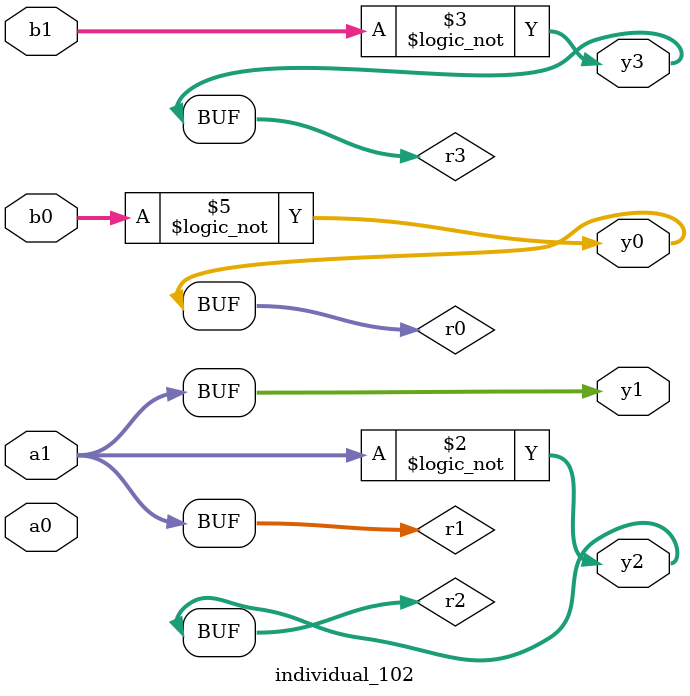
<source format=sv>
module individual_102(input logic [15:0] a1, input logic [15:0] a0, input logic [15:0] b1, input logic [15:0] b0, output logic [15:0] y3, output logic [15:0] y2, output logic [15:0] y1, output logic [15:0] y0);
logic [15:0] r0, r1, r2, r3; 
 always@(*) begin 
	 r0 = a0; r1 = a1; r2 = b0; r3 = b1; 
 	 r2 = ! r1 ;
 	 r3 = ! r3 ;
 	 r0  ^=  b0 ;
 	 r0 = ! b0 ;
 	 y3 = r3; y2 = r2; y1 = r1; y0 = r0; 
end
endmodule
</source>
